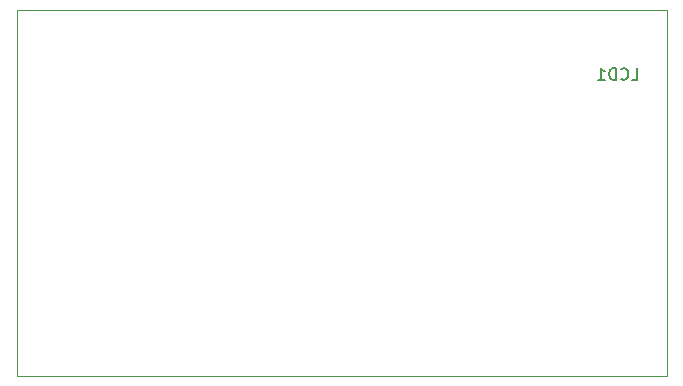
<source format=gbr>
%TF.GenerationSoftware,KiCad,Pcbnew,5.99.0-unknown-2a6c73b8df~142~ubuntu21.04.1*%
%TF.CreationDate,2021-10-24T13:29:39+00:00*%
%TF.ProjectId,wederian,77656465-7269-4616-9e2e-6b696361645f,rev?*%
%TF.SameCoordinates,Original*%
%TF.FileFunction,Legend,Bot*%
%TF.FilePolarity,Positive*%
%FSLAX46Y46*%
G04 Gerber Fmt 4.6, Leading zero omitted, Abs format (unit mm)*
G04 Created by KiCad (PCBNEW 5.99.0-unknown-2a6c73b8df~142~ubuntu21.04.1) date 2021-10-24 13:29:39*
%MOMM*%
%LPD*%
G01*
G04 APERTURE LIST*
%ADD10C,0.150000*%
%ADD11C,0.120000*%
G04 APERTURE END LIST*
D10*
%TO.C,LCD1*%
X187666666Y-91452380D02*
X188142857Y-91452380D01*
X188142857Y-90452380D01*
X186761904Y-91357142D02*
X186809523Y-91404761D01*
X186952380Y-91452380D01*
X187047619Y-91452380D01*
X187190476Y-91404761D01*
X187285714Y-91309523D01*
X187333333Y-91214285D01*
X187380952Y-91023809D01*
X187380952Y-90880952D01*
X187333333Y-90690476D01*
X187285714Y-90595238D01*
X187190476Y-90500000D01*
X187047619Y-90452380D01*
X186952380Y-90452380D01*
X186809523Y-90500000D01*
X186761904Y-90547619D01*
X186333333Y-91452380D02*
X186333333Y-90452380D01*
X186095238Y-90452380D01*
X185952380Y-90500000D01*
X185857142Y-90595238D01*
X185809523Y-90690476D01*
X185761904Y-90880952D01*
X185761904Y-91023809D01*
X185809523Y-91214285D01*
X185857142Y-91309523D01*
X185952380Y-91404761D01*
X186095238Y-91452380D01*
X186333333Y-91452380D01*
X184809523Y-91452380D02*
X185380952Y-91452380D01*
X185095238Y-91452380D02*
X185095238Y-90452380D01*
X185190476Y-90595238D01*
X185285714Y-90690476D01*
X185380952Y-90738095D01*
D11*
X135620000Y-85530000D02*
X190620000Y-85530000D01*
X190620000Y-116530000D02*
X135620000Y-116530000D01*
X135620000Y-116530000D02*
X135620000Y-85530000D01*
X190620000Y-85530000D02*
X190620000Y-116530000D01*
%TD*%
M02*

</source>
